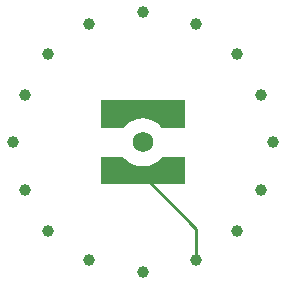
<source format=gtl>
G04 #@! TF.GenerationSoftware,KiCad,Pcbnew,(5.1.5-0)*
G04 #@! TF.CreationDate,2020-06-12T16:42:37+02:00*
G04 #@! TF.ProjectId,cible,6369626c-652e-46b6-9963-61645f706362,rev?*
G04 #@! TF.SameCoordinates,Original*
G04 #@! TF.FileFunction,Copper,L1,Top*
G04 #@! TF.FilePolarity,Positive*
%FSLAX46Y46*%
G04 Gerber Fmt 4.6, Leading zero omitted, Abs format (unit mm)*
G04 Created by KiCad (PCBNEW (5.1.5-0)) date 2020-06-12 16:42:37*
%MOMM*%
%LPD*%
G04 APERTURE LIST*
%ADD10C,0.100000*%
%ADD11C,1.730000*%
%ADD12C,1.000000*%
%ADD13C,0.800000*%
%ADD14C,0.250000*%
G04 APERTURE END LIST*
G04 #@! TA.AperFunction,SMDPad,CuDef*
D10*
G36*
X127500000Y-84620000D02*
G01*
X127360000Y-84480000D01*
X127205000Y-84355000D01*
X127035000Y-84245000D01*
X126860000Y-84150000D01*
X126675000Y-84075000D01*
X126480000Y-84020000D01*
X126280000Y-83980000D01*
X126085000Y-83965000D01*
X125915000Y-83965000D01*
X125720000Y-83980000D01*
X125520000Y-84020000D01*
X125325000Y-84075000D01*
X125140000Y-84150000D01*
X124965000Y-84245000D01*
X124795000Y-84355000D01*
X124640000Y-84480000D01*
X124500000Y-84620000D01*
X124355000Y-84795000D01*
X122445000Y-84795000D01*
X122445000Y-82445000D01*
X129555000Y-82445000D01*
X129555000Y-84795000D01*
X127645000Y-84795000D01*
X127500000Y-84620000D01*
G37*
G04 #@! TD.AperFunction*
G04 #@! TA.AperFunction,SMDPad,CuDef*
G36*
X124500000Y-87380000D02*
G01*
X124640000Y-87520000D01*
X124795000Y-87645000D01*
X124965000Y-87755000D01*
X125140000Y-87850000D01*
X125325000Y-87925000D01*
X125520000Y-87980000D01*
X125720000Y-88020000D01*
X125915000Y-88035000D01*
X126085000Y-88035000D01*
X126280000Y-88020000D01*
X126480000Y-87980000D01*
X126675000Y-87925000D01*
X126860000Y-87850000D01*
X127035000Y-87755000D01*
X127205000Y-87645000D01*
X127360000Y-87520000D01*
X127500000Y-87380000D01*
X127645000Y-87205000D01*
X129555000Y-87205000D01*
X129555000Y-89555000D01*
X122445000Y-89555000D01*
X122445000Y-87205000D01*
X124355000Y-87205000D01*
X124500000Y-87380000D01*
G37*
G04 #@! TD.AperFunction*
D11*
X126000000Y-86000000D03*
D12*
X126000000Y-75000000D03*
X137000000Y-86000000D03*
X136000000Y-82000000D03*
X134000000Y-78500000D03*
X130500000Y-76000000D03*
X136000000Y-90000000D03*
X130500000Y-96000000D03*
X126000000Y-97000000D03*
X121500000Y-96000000D03*
X118000000Y-93500000D03*
X116000000Y-90000000D03*
X115000000Y-86000000D03*
X116000000Y-82000000D03*
X118000000Y-78500000D03*
X121500000Y-76000000D03*
X133950000Y-93500000D03*
D13*
X126000000Y-86000000D03*
D14*
X130500000Y-93300000D02*
X126000000Y-88800000D01*
X130500000Y-96000000D02*
X130500000Y-93300000D01*
M02*

</source>
